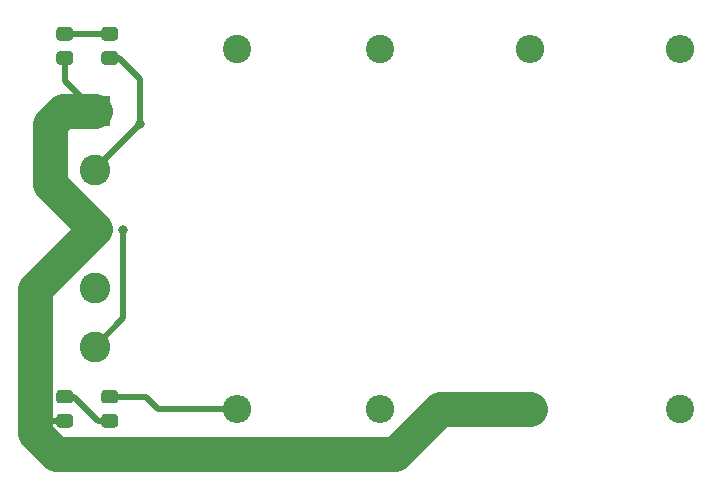
<source format=gbl>
%TF.GenerationSoftware,KiCad,Pcbnew,(5.1.6)-1*%
%TF.CreationDate,2020-10-09T13:05:12-04:00*%
%TF.ProjectId,heater,68656174-6572-42e6-9b69-6361645f7063,rev?*%
%TF.SameCoordinates,Original*%
%TF.FileFunction,Copper,L2,Bot*%
%TF.FilePolarity,Positive*%
%FSLAX46Y46*%
G04 Gerber Fmt 4.6, Leading zero omitted, Abs format (unit mm)*
G04 Created by KiCad (PCBNEW (5.1.6)-1) date 2020-10-09 13:05:12*
%MOMM*%
%LPD*%
G01*
G04 APERTURE LIST*
%TA.AperFunction,ComponentPad*%
%ADD10O,2.400000X2.400000*%
%TD*%
%TA.AperFunction,ComponentPad*%
%ADD11C,2.400000*%
%TD*%
%TA.AperFunction,ComponentPad*%
%ADD12C,2.600000*%
%TD*%
%TA.AperFunction,ComponentPad*%
%ADD13R,2.600000X2.600000*%
%TD*%
%TA.AperFunction,ViaPad*%
%ADD14C,0.800000*%
%TD*%
%TA.AperFunction,Conductor*%
%ADD15C,0.500000*%
%TD*%
%TA.AperFunction,Conductor*%
%ADD16C,3.000000*%
%TD*%
G04 APERTURE END LIST*
D10*
%TO.P,R3,2*%
%TO.N,Net-(D1-Pad1)*%
X52070000Y-52070000D03*
D11*
%TO.P,R3,1*%
%TO.N,Net-(R1-Pad2)*%
X52070000Y-21590000D03*
%TD*%
D10*
%TO.P,R2,2*%
%TO.N,Net-(R1-Pad2)*%
X64770000Y-21590000D03*
D11*
%TO.P,R2,1*%
%TO.N,VCC*%
X64770000Y-52070000D03*
%TD*%
D10*
%TO.P,R1,2*%
%TO.N,Net-(R1-Pad2)*%
X77470000Y-21590000D03*
D11*
%TO.P,R1,1*%
%TO.N,VCC*%
X77470000Y-52070000D03*
%TD*%
%TO.P,R6,2*%
%TO.N,Net-(D2-Pad2)*%
%TA.AperFunction,SMDPad,CuDef*%
G36*
G01*
X25850001Y-20895000D02*
X24949999Y-20895000D01*
G75*
G02*
X24700000Y-20645001I0J249999D01*
G01*
X24700000Y-19994999D01*
G75*
G02*
X24949999Y-19745000I249999J0D01*
G01*
X25850001Y-19745000D01*
G75*
G02*
X26100000Y-19994999I0J-249999D01*
G01*
X26100000Y-20645001D01*
G75*
G02*
X25850001Y-20895000I-249999J0D01*
G01*
G37*
%TD.AperFunction*%
%TO.P,R6,1*%
%TO.N,VCC*%
%TA.AperFunction,SMDPad,CuDef*%
G36*
G01*
X25850001Y-22945000D02*
X24949999Y-22945000D01*
G75*
G02*
X24700000Y-22695001I0J249999D01*
G01*
X24700000Y-22044999D01*
G75*
G02*
X24949999Y-21795000I249999J0D01*
G01*
X25850001Y-21795000D01*
G75*
G02*
X26100000Y-22044999I0J-249999D01*
G01*
X26100000Y-22695001D01*
G75*
G02*
X25850001Y-22945000I-249999J0D01*
G01*
G37*
%TD.AperFunction*%
%TD*%
%TO.P,R5,2*%
%TO.N,VCC*%
%TA.AperFunction,SMDPad,CuDef*%
G36*
G01*
X24949999Y-52520000D02*
X25850001Y-52520000D01*
G75*
G02*
X26100000Y-52769999I0J-249999D01*
G01*
X26100000Y-53420001D01*
G75*
G02*
X25850001Y-53670000I-249999J0D01*
G01*
X24949999Y-53670000D01*
G75*
G02*
X24700000Y-53420001I0J249999D01*
G01*
X24700000Y-52769999D01*
G75*
G02*
X24949999Y-52520000I249999J0D01*
G01*
G37*
%TD.AperFunction*%
%TO.P,R5,1*%
%TO.N,Net-(D1-Pad2)*%
%TA.AperFunction,SMDPad,CuDef*%
G36*
G01*
X24949999Y-50470000D02*
X25850001Y-50470000D01*
G75*
G02*
X26100000Y-50719999I0J-249999D01*
G01*
X26100000Y-51370001D01*
G75*
G02*
X25850001Y-51620000I-249999J0D01*
G01*
X24949999Y-51620000D01*
G75*
G02*
X24700000Y-51370001I0J249999D01*
G01*
X24700000Y-50719999D01*
G75*
G02*
X24949999Y-50470000I249999J0D01*
G01*
G37*
%TD.AperFunction*%
%TD*%
D10*
%TO.P,R4,2*%
%TO.N,Net-(D1-Pad1)*%
X40005000Y-52070000D03*
D11*
%TO.P,R4,1*%
%TO.N,Net-(R1-Pad2)*%
X40005000Y-21590000D03*
%TD*%
D12*
%TO.P,J1,5*%
%TO.N,/Heat_Control*%
X27940000Y-46830000D03*
%TO.P,J1,4*%
%TO.N,GND*%
X27940000Y-41830000D03*
%TO.P,J1,3*%
%TO.N,VCC*%
X27940000Y-36830000D03*
%TO.P,J1,2*%
%TO.N,GND*%
X27940000Y-31830000D03*
D13*
%TO.P,J1,1*%
%TO.N,VCC*%
X27940000Y-26830000D03*
%TD*%
%TO.P,D2,2*%
%TO.N,Net-(D2-Pad2)*%
%TA.AperFunction,SMDPad,CuDef*%
G36*
G01*
X29660001Y-20895000D02*
X28759999Y-20895000D01*
G75*
G02*
X28510000Y-20645001I0J249999D01*
G01*
X28510000Y-19994999D01*
G75*
G02*
X28759999Y-19745000I249999J0D01*
G01*
X29660001Y-19745000D01*
G75*
G02*
X29910000Y-19994999I0J-249999D01*
G01*
X29910000Y-20645001D01*
G75*
G02*
X29660001Y-20895000I-249999J0D01*
G01*
G37*
%TD.AperFunction*%
%TO.P,D2,1*%
%TO.N,GND*%
%TA.AperFunction,SMDPad,CuDef*%
G36*
G01*
X29660001Y-22945000D02*
X28759999Y-22945000D01*
G75*
G02*
X28510000Y-22695001I0J249999D01*
G01*
X28510000Y-22044999D01*
G75*
G02*
X28759999Y-21795000I249999J0D01*
G01*
X29660001Y-21795000D01*
G75*
G02*
X29910000Y-22044999I0J-249999D01*
G01*
X29910000Y-22695001D01*
G75*
G02*
X29660001Y-22945000I-249999J0D01*
G01*
G37*
%TD.AperFunction*%
%TD*%
%TO.P,D1,2*%
%TO.N,Net-(D1-Pad2)*%
%TA.AperFunction,SMDPad,CuDef*%
G36*
G01*
X28759999Y-52520000D02*
X29660001Y-52520000D01*
G75*
G02*
X29910000Y-52769999I0J-249999D01*
G01*
X29910000Y-53420001D01*
G75*
G02*
X29660001Y-53670000I-249999J0D01*
G01*
X28759999Y-53670000D01*
G75*
G02*
X28510000Y-53420001I0J249999D01*
G01*
X28510000Y-52769999D01*
G75*
G02*
X28759999Y-52520000I249999J0D01*
G01*
G37*
%TD.AperFunction*%
%TO.P,D1,1*%
%TO.N,Net-(D1-Pad1)*%
%TA.AperFunction,SMDPad,CuDef*%
G36*
G01*
X28759999Y-50470000D02*
X29660001Y-50470000D01*
G75*
G02*
X29910000Y-50719999I0J-249999D01*
G01*
X29910000Y-51370001D01*
G75*
G02*
X29660001Y-51620000I-249999J0D01*
G01*
X28759999Y-51620000D01*
G75*
G02*
X28510000Y-51370001I0J249999D01*
G01*
X28510000Y-50719999D01*
G75*
G02*
X28759999Y-50470000I249999J0D01*
G01*
G37*
%TD.AperFunction*%
%TD*%
D14*
%TO.N,GND*%
X31750000Y-27940000D03*
%TO.N,/Heat_Control*%
X30353000Y-36957000D03*
%TD*%
D15*
%TO.N,Net-(D1-Pad2)*%
X25400000Y-51045000D02*
X26153000Y-51045000D01*
X28203000Y-53095000D02*
X29210000Y-53095000D01*
X26153000Y-51045000D02*
X28203000Y-53095000D01*
%TO.N,GND*%
X29210000Y-22370000D02*
X29990000Y-22370000D01*
X29990000Y-22370000D02*
X31750000Y-24130000D01*
X31750000Y-24130000D02*
X31750000Y-27940000D01*
X31750000Y-27940000D02*
X31750000Y-27940000D01*
X27940000Y-31750000D02*
X27940000Y-31830000D01*
X31750000Y-27940000D02*
X27940000Y-31750000D01*
%TO.N,Net-(D2-Pad2)*%
X25400000Y-20320000D02*
X29210000Y-20320000D01*
%TO.N,/Heat_Control*%
X27940000Y-46830000D02*
X30353000Y-44417000D01*
X30353000Y-44417000D02*
X30353000Y-36957000D01*
X30353000Y-36957000D02*
X30353000Y-36957000D01*
D16*
%TO.N,VCC*%
X27940000Y-26830000D02*
X26510000Y-26830000D01*
X27940000Y-26830000D02*
X25240000Y-26830000D01*
X25240000Y-26830000D02*
X24130000Y-27940000D01*
X24130000Y-33020000D02*
X27940000Y-36830000D01*
X24130000Y-27940000D02*
X24130000Y-33020000D01*
X64770000Y-52070000D02*
X57150000Y-52070000D01*
X57150000Y-52070000D02*
X53340000Y-55880000D01*
X27940000Y-36830000D02*
X22860000Y-41910000D01*
X24652268Y-55880000D02*
X53340000Y-55880000D01*
X22860000Y-54087732D02*
X24652268Y-55880000D01*
X22860000Y-41910000D02*
X22860000Y-54087732D01*
D15*
X25400000Y-24290000D02*
X27940000Y-26830000D01*
X25400000Y-22370000D02*
X25400000Y-24290000D01*
X23852732Y-53095000D02*
X22860000Y-54087732D01*
X25400000Y-53095000D02*
X23852732Y-53095000D01*
%TO.N,Net-(D1-Pad1)*%
X29210000Y-51045000D02*
X32249000Y-51045000D01*
X33274000Y-52070000D02*
X39370000Y-52070000D01*
X32249000Y-51045000D02*
X33274000Y-52070000D01*
%TD*%
M02*

</source>
